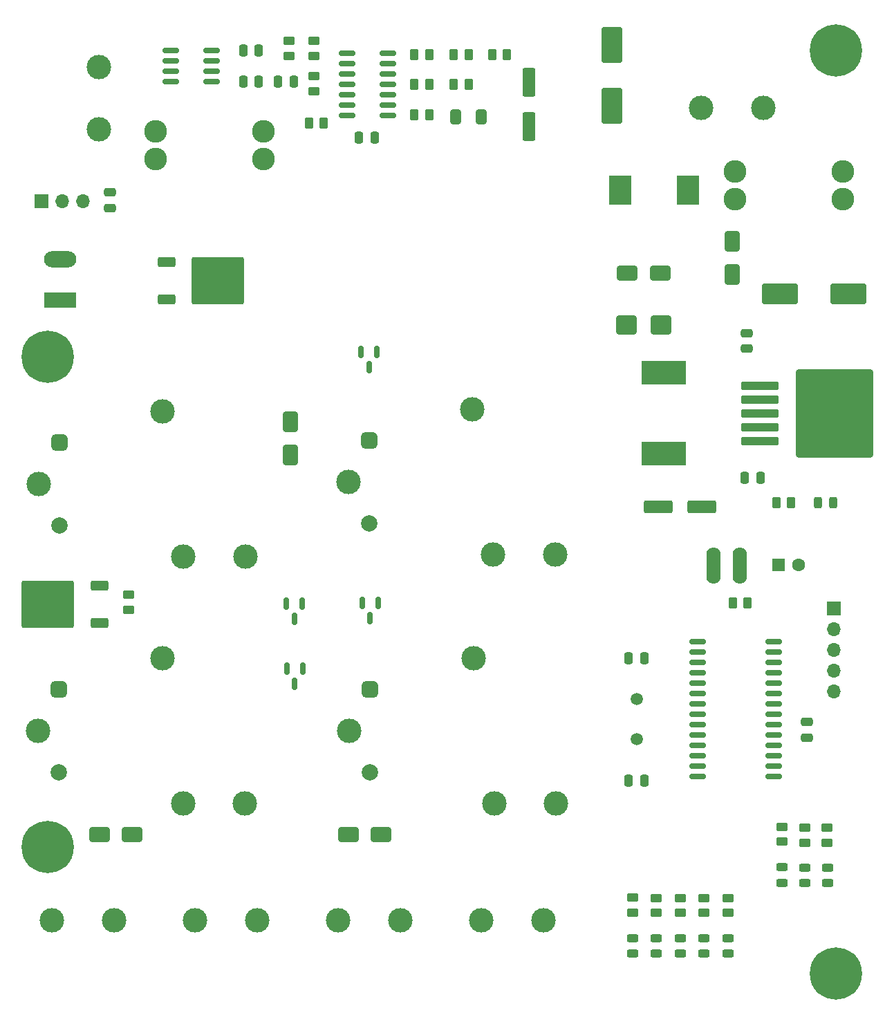
<source format=gts>
G04 #@! TF.GenerationSoftware,KiCad,Pcbnew,8.0.7*
G04 #@! TF.CreationDate,2025-01-05T17:22:56+01:00*
G04 #@! TF.ProjectId,12VSupport,31325653-7570-4706-9f72-742e6b696361,1.1*
G04 #@! TF.SameCoordinates,Original*
G04 #@! TF.FileFunction,Soldermask,Top*
G04 #@! TF.FilePolarity,Negative*
%FSLAX46Y46*%
G04 Gerber Fmt 4.6, Leading zero omitted, Abs format (unit mm)*
G04 Created by KiCad (PCBNEW 8.0.7) date 2025-01-05 17:22:56*
%MOMM*%
%LPD*%
G01*
G04 APERTURE LIST*
G04 Aperture macros list*
%AMRoundRect*
0 Rectangle with rounded corners*
0 $1 Rounding radius*
0 $2 $3 $4 $5 $6 $7 $8 $9 X,Y pos of 4 corners*
0 Add a 4 corners polygon primitive as box body*
4,1,4,$2,$3,$4,$5,$6,$7,$8,$9,$2,$3,0*
0 Add four circle primitives for the rounded corners*
1,1,$1+$1,$2,$3*
1,1,$1+$1,$4,$5*
1,1,$1+$1,$6,$7*
1,1,$1+$1,$8,$9*
0 Add four rect primitives between the rounded corners*
20,1,$1+$1,$2,$3,$4,$5,0*
20,1,$1+$1,$4,$5,$6,$7,0*
20,1,$1+$1,$6,$7,$8,$9,0*
20,1,$1+$1,$8,$9,$2,$3,0*%
G04 Aperture macros list end*
%ADD10C,3.000000*%
%ADD11RoundRect,0.250000X-0.850000X-0.350000X0.850000X-0.350000X0.850000X0.350000X-0.850000X0.350000X0*%
%ADD12RoundRect,0.249997X-2.950003X-2.650003X2.950003X-2.650003X2.950003X2.650003X-2.950003X2.650003X0*%
%ADD13RoundRect,0.250000X-0.250000X-0.475000X0.250000X-0.475000X0.250000X0.475000X-0.250000X0.475000X0*%
%ADD14RoundRect,0.250000X-0.475000X0.250000X-0.475000X-0.250000X0.475000X-0.250000X0.475000X0.250000X0*%
%ADD15RoundRect,0.250000X-0.450000X0.262500X-0.450000X-0.262500X0.450000X-0.262500X0.450000X0.262500X0*%
%ADD16RoundRect,0.150000X-0.875000X-0.150000X0.875000X-0.150000X0.875000X0.150000X-0.875000X0.150000X0*%
%ADD17RoundRect,0.250000X0.262500X0.450000X-0.262500X0.450000X-0.262500X-0.450000X0.262500X-0.450000X0*%
%ADD18RoundRect,0.150000X-0.150000X0.587500X-0.150000X-0.587500X0.150000X-0.587500X0.150000X0.587500X0*%
%ADD19RoundRect,0.243750X0.456250X-0.243750X0.456250X0.243750X-0.456250X0.243750X-0.456250X-0.243750X0*%
%ADD20RoundRect,0.500000X0.500000X0.500000X-0.500000X0.500000X-0.500000X-0.500000X0.500000X-0.500000X0*%
%ADD21C,2.000000*%
%ADD22C,2.780000*%
%ADD23RoundRect,0.250000X-0.262500X-0.450000X0.262500X-0.450000X0.262500X0.450000X-0.262500X0.450000X0*%
%ADD24R,1.700000X1.700000*%
%ADD25O,1.700000X1.700000*%
%ADD26C,0.800000*%
%ADD27C,6.400000*%
%ADD28RoundRect,0.250000X0.450000X-0.262500X0.450000X0.262500X-0.450000X0.262500X-0.450000X-0.262500X0*%
%ADD29R,5.400000X2.900000*%
%ADD30RoundRect,0.250000X1.000000X-1.950000X1.000000X1.950000X-1.000000X1.950000X-1.000000X-1.950000X0*%
%ADD31C,1.500000*%
%ADD32RoundRect,0.250000X0.650000X-1.000000X0.650000X1.000000X-0.650000X1.000000X-0.650000X-1.000000X0*%
%ADD33RoundRect,0.250000X0.250000X0.475000X-0.250000X0.475000X-0.250000X-0.475000X0.250000X-0.475000X0*%
%ADD34RoundRect,0.250000X1.000000X0.650000X-1.000000X0.650000X-1.000000X-0.650000X1.000000X-0.650000X0*%
%ADD35RoundRect,0.250000X-1.500000X-0.550000X1.500000X-0.550000X1.500000X0.550000X-1.500000X0.550000X0*%
%ADD36RoundRect,0.250000X-1.950000X-1.000000X1.950000X-1.000000X1.950000X1.000000X-1.950000X1.000000X0*%
%ADD37RoundRect,0.250000X1.000000X0.900000X-1.000000X0.900000X-1.000000X-0.900000X1.000000X-0.900000X0*%
%ADD38R,1.600000X1.600000*%
%ADD39C,1.600000*%
%ADD40RoundRect,0.250000X0.850000X0.350000X-0.850000X0.350000X-0.850000X-0.350000X0.850000X-0.350000X0*%
%ADD41RoundRect,0.249997X2.950003X2.650003X-2.950003X2.650003X-2.950003X-2.650003X2.950003X-2.650003X0*%
%ADD42RoundRect,0.150000X-0.825000X-0.150000X0.825000X-0.150000X0.825000X0.150000X-0.825000X0.150000X0*%
%ADD43RoundRect,0.250000X-2.050000X-0.300000X2.050000X-0.300000X2.050000X0.300000X-2.050000X0.300000X0*%
%ADD44RoundRect,0.250002X-4.449998X-5.149998X4.449998X-5.149998X4.449998X5.149998X-4.449998X5.149998X0*%
%ADD45RoundRect,0.250000X0.550000X-1.500000X0.550000X1.500000X-0.550000X1.500000X-0.550000X-1.500000X0*%
%ADD46RoundRect,0.250000X0.475000X-0.250000X0.475000X0.250000X-0.475000X0.250000X-0.475000X-0.250000X0*%
%ADD47R,2.700000X3.600000*%
%ADD48O,1.750000X4.500000*%
%ADD49RoundRect,0.243750X0.243750X0.456250X-0.243750X0.456250X-0.243750X-0.456250X0.243750X-0.456250X0*%
%ADD50R,3.960000X1.980000*%
%ADD51O,3.960000X1.980000*%
%ADD52RoundRect,0.250000X0.412500X0.650000X-0.412500X0.650000X-0.412500X-0.650000X0.412500X-0.650000X0*%
G04 APERTURE END LIST*
D10*
X90170000Y-153480000D03*
X82550000Y-153480000D03*
D11*
X61565500Y-72904000D03*
D12*
X67865500Y-75184000D03*
D11*
X61565500Y-77464000D03*
D13*
X70955500Y-46990000D03*
X72855500Y-46990000D03*
D14*
X139954000Y-129225000D03*
X139954000Y-131125000D03*
D15*
X139700000Y-142168000D03*
X139700000Y-143993000D03*
D16*
X126590000Y-119380000D03*
X126590000Y-120650000D03*
X126590000Y-121920000D03*
X126590000Y-123190000D03*
X126590000Y-124460000D03*
X126590000Y-125730000D03*
X126590000Y-127000000D03*
X126590000Y-128270000D03*
X126590000Y-129540000D03*
X126590000Y-130810000D03*
X126590000Y-132080000D03*
X126590000Y-133350000D03*
X126590000Y-134620000D03*
X126590000Y-135890000D03*
X135890000Y-135890000D03*
X135890000Y-134620000D03*
X135890000Y-133350000D03*
X135890000Y-132080000D03*
X135890000Y-130810000D03*
X135890000Y-129540000D03*
X135890000Y-128270000D03*
X135890000Y-127000000D03*
X135890000Y-125730000D03*
X135890000Y-124460000D03*
X135890000Y-123190000D03*
X135890000Y-121920000D03*
X135890000Y-120650000D03*
X135890000Y-119380000D03*
D15*
X118618000Y-150749000D03*
X118618000Y-152574000D03*
D17*
X93749500Y-51181000D03*
X91924500Y-51181000D03*
D18*
X87310000Y-83898500D03*
X85410000Y-83898500D03*
X86360000Y-85773500D03*
D19*
X136906000Y-148892500D03*
X136906000Y-147017500D03*
D10*
X83945000Y-130310000D03*
X99145000Y-121410000D03*
X109285000Y-139210000D03*
X101685000Y-139210000D03*
D20*
X86485000Y-125210000D03*
D21*
X86485000Y-135410000D03*
D22*
X131185000Y-61793000D03*
X131185000Y-65193000D03*
X144393000Y-61793000D03*
X144393000Y-65193000D03*
D19*
X124460000Y-157577000D03*
X124460000Y-155702000D03*
D13*
X70960500Y-50800000D03*
X72860500Y-50800000D03*
D15*
X121539000Y-150774000D03*
X121539000Y-152599000D03*
D23*
X136224000Y-102362000D03*
X138049000Y-102362000D03*
D24*
X143256000Y-115321000D03*
D25*
X143256000Y-117861000D03*
X143256000Y-120401000D03*
X143256000Y-122941000D03*
X143256000Y-125481000D03*
D26*
X141110000Y-46990000D03*
X141812944Y-45292944D03*
X141812944Y-48687056D03*
X143510000Y-44590000D03*
D27*
X143510000Y-46990000D03*
D26*
X143510000Y-49390000D03*
X145207056Y-45292944D03*
X145207056Y-48687056D03*
X145910000Y-46990000D03*
D28*
X56896000Y-115466500D03*
X56896000Y-113641500D03*
D10*
X45845000Y-130310000D03*
X61045000Y-121410000D03*
X71185000Y-139210000D03*
X63585000Y-139210000D03*
D20*
X48385000Y-125210000D03*
D21*
X48385000Y-135410000D03*
D23*
X78994000Y-55880000D03*
X80819000Y-55880000D03*
D29*
X122435000Y-86490000D03*
X122435000Y-96390000D03*
D23*
X130913500Y-114681000D03*
X132738500Y-114681000D03*
D10*
X53276000Y-56642000D03*
X53276000Y-49022000D03*
D13*
X132400000Y-99314000D03*
X134300000Y-99314000D03*
D18*
X78166000Y-114711000D03*
X76266000Y-114711000D03*
X77216000Y-116586000D03*
D26*
X141110000Y-160020000D03*
X141812944Y-158322944D03*
X141812944Y-161717056D03*
X143510000Y-157620000D03*
D27*
X143510000Y-160020000D03*
D26*
X143510000Y-162420000D03*
X145207056Y-158322944D03*
X145207056Y-161717056D03*
X145910000Y-160020000D03*
D17*
X93726000Y-54864000D03*
X91901000Y-54864000D03*
D26*
X44590000Y-144526000D03*
X45292944Y-142828944D03*
X45292944Y-146223056D03*
X46990000Y-142126000D03*
D27*
X46990000Y-144526000D03*
D26*
X46990000Y-146926000D03*
X48687056Y-142828944D03*
X48687056Y-146223056D03*
X49390000Y-144526000D03*
D19*
X121539000Y-157577000D03*
X121539000Y-155702000D03*
D15*
X142449000Y-142168000D03*
X142449000Y-143993000D03*
D30*
X116078000Y-53738000D03*
X116078000Y-46338000D03*
D15*
X136906000Y-142066000D03*
X136906000Y-143891000D03*
D17*
X93749500Y-47498000D03*
X91924500Y-47498000D03*
D26*
X44590000Y-84501056D03*
X45292944Y-82804000D03*
X45292944Y-86198112D03*
X46990000Y-82101056D03*
D27*
X46990000Y-84501056D03*
D26*
X46990000Y-86901056D03*
X48687056Y-82804000D03*
X48687056Y-86198112D03*
X49390000Y-84501056D03*
D10*
X72644000Y-153480000D03*
X65024000Y-153480000D03*
D23*
X101426000Y-47498000D03*
X103251000Y-47498000D03*
D14*
X132595000Y-81600000D03*
X132595000Y-83500000D03*
D19*
X139700000Y-148922500D03*
X139700000Y-147047500D03*
D23*
X96750500Y-47498000D03*
X98575500Y-47498000D03*
D31*
X119175000Y-126455000D03*
X119175000Y-131355000D03*
D18*
X78232000Y-122682000D03*
X76332000Y-122682000D03*
X77282000Y-124557000D03*
D32*
X76708000Y-96488000D03*
X76708000Y-92488000D03*
D15*
X76604500Y-45823500D03*
X76604500Y-47648500D03*
D13*
X75250000Y-50800000D03*
X77150000Y-50800000D03*
D19*
X127381000Y-157577000D03*
X127381000Y-155702000D03*
D33*
X120076000Y-136398000D03*
X118176000Y-136398000D03*
D34*
X87852000Y-143002000D03*
X83852000Y-143002000D03*
X122015000Y-74295000D03*
X118015000Y-74295000D03*
D15*
X130302000Y-150774000D03*
X130302000Y-152599000D03*
D28*
X79652500Y-47648500D03*
X79652500Y-45823500D03*
D18*
X87460500Y-114632500D03*
X85560500Y-114632500D03*
X86510500Y-116507500D03*
D17*
X98552000Y-51181000D03*
X96727000Y-51181000D03*
D10*
X55118000Y-153480000D03*
X47498000Y-153480000D03*
D33*
X120076000Y-121412000D03*
X118176000Y-121412000D03*
D35*
X121760000Y-102870000D03*
X127160000Y-102870000D03*
D10*
X83818000Y-99830000D03*
X99018000Y-90930000D03*
X109158000Y-108730000D03*
X101558000Y-108730000D03*
D20*
X86358000Y-94730000D03*
D21*
X86358000Y-104930000D03*
D36*
X136650000Y-76835000D03*
X145050000Y-76835000D03*
D37*
X122165000Y-80645000D03*
X117865000Y-80645000D03*
D19*
X142494000Y-148971000D03*
X142494000Y-147096000D03*
D38*
X136485621Y-109982000D03*
D39*
X138985621Y-109982000D03*
D40*
X53340000Y-117094000D03*
D41*
X47040000Y-114814000D03*
D40*
X53340000Y-112534000D03*
D15*
X124460000Y-150774000D03*
X124460000Y-152599000D03*
D42*
X62125500Y-46990000D03*
X62125500Y-48260000D03*
X62125500Y-49530000D03*
X62125500Y-50800000D03*
X67075500Y-50800000D03*
X67075500Y-49530000D03*
X67075500Y-48260000D03*
X67075500Y-46990000D03*
D43*
X134240000Y-88040000D03*
X134240000Y-89740000D03*
X134240000Y-91440000D03*
D44*
X143390000Y-91440000D03*
D43*
X134240000Y-93140000D03*
X134240000Y-94840000D03*
D45*
X105918000Y-56294000D03*
X105918000Y-50894000D03*
D19*
X118618000Y-157577000D03*
X118618000Y-155702000D03*
D10*
X45887000Y-100086000D03*
X61087000Y-91186000D03*
X71227000Y-108986000D03*
X63627000Y-108986000D03*
D20*
X48427000Y-94986000D03*
D21*
X48427000Y-105186000D03*
D46*
X54610000Y-66294000D03*
X54610000Y-64394000D03*
D47*
X117135000Y-64135000D03*
X125435000Y-64135000D03*
D19*
X130302000Y-157577000D03*
X130302000Y-155702000D03*
D10*
X107696000Y-153480000D03*
X100076000Y-153480000D03*
D15*
X127381000Y-150774000D03*
X127381000Y-152599000D03*
D48*
X128550000Y-110109000D03*
X131800000Y-110109000D03*
D10*
X127000000Y-54038000D03*
X134620000Y-54038000D03*
D49*
X143226000Y-102362000D03*
X141351000Y-102362000D03*
D22*
X60198000Y-56896000D03*
X60198000Y-60296000D03*
X73406000Y-56896000D03*
X73406000Y-60296000D03*
D34*
X57372000Y-143002000D03*
X53372000Y-143002000D03*
D50*
X48514000Y-77597000D03*
D51*
X48514000Y-72597000D03*
D24*
X46228000Y-65471000D03*
D25*
X48768000Y-65471000D03*
X51308000Y-65471000D03*
D28*
X79652500Y-51966500D03*
X79652500Y-50141500D03*
D42*
X83696000Y-47371000D03*
X83696000Y-48641000D03*
X83696000Y-49911000D03*
X83696000Y-51181000D03*
X83696000Y-52451000D03*
X83696000Y-53721000D03*
X83696000Y-54991000D03*
X88646000Y-54991000D03*
X88646000Y-53721000D03*
X88646000Y-52451000D03*
X88646000Y-51181000D03*
X88646000Y-49911000D03*
X88646000Y-48641000D03*
X88646000Y-47371000D03*
D13*
X85156000Y-57658000D03*
X87056000Y-57658000D03*
D52*
X100076000Y-55118000D03*
X96951000Y-55118000D03*
D32*
X130810000Y-74390000D03*
X130810000Y-70390000D03*
M02*

</source>
